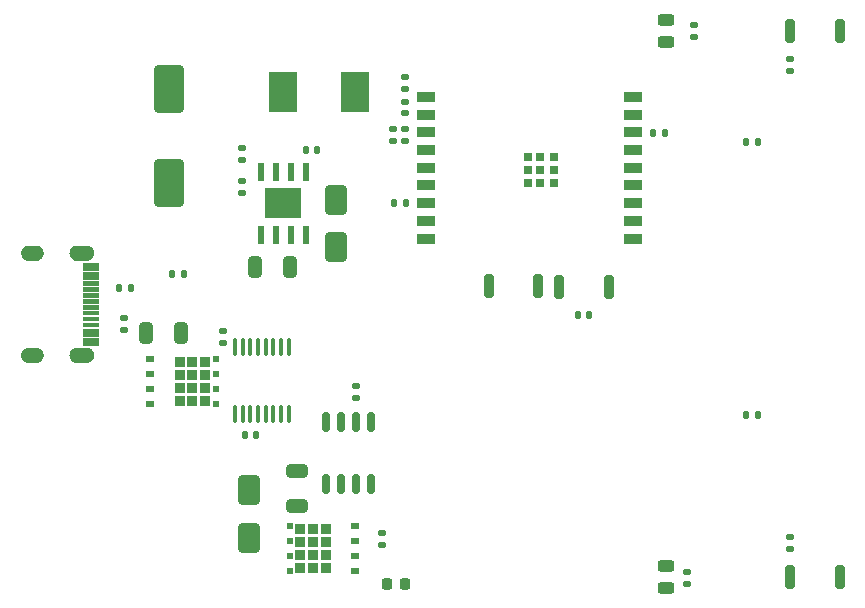
<source format=gbr>
%TF.GenerationSoftware,KiCad,Pcbnew,7.0.7*%
%TF.CreationDate,2024-06-24T12:24:59-07:00*%
%TF.ProjectId,Business Card PCB Hot Plate,42757369-6e65-4737-9320-436172642050,rev?*%
%TF.SameCoordinates,Original*%
%TF.FileFunction,Paste,Top*%
%TF.FilePolarity,Positive*%
%FSLAX46Y46*%
G04 Gerber Fmt 4.6, Leading zero omitted, Abs format (unit mm)*
G04 Created by KiCad (PCBNEW 7.0.7) date 2024-06-24 12:24:59*
%MOMM*%
%LPD*%
G01*
G04 APERTURE LIST*
G04 Aperture macros list*
%AMRoundRect*
0 Rectangle with rounded corners*
0 $1 Rounding radius*
0 $2 $3 $4 $5 $6 $7 $8 $9 X,Y pos of 4 corners*
0 Add a 4 corners polygon primitive as box body*
4,1,4,$2,$3,$4,$5,$6,$7,$8,$9,$2,$3,0*
0 Add four circle primitives for the rounded corners*
1,1,$1+$1,$2,$3*
1,1,$1+$1,$4,$5*
1,1,$1+$1,$6,$7*
1,1,$1+$1,$8,$9*
0 Add four rect primitives between the rounded corners*
20,1,$1+$1,$2,$3,$4,$5,0*
20,1,$1+$1,$4,$5,$6,$7,0*
20,1,$1+$1,$6,$7,$8,$9,0*
20,1,$1+$1,$8,$9,$2,$3,0*%
G04 Aperture macros list end*
%ADD10C,0.120000*%
%ADD11RoundRect,0.250000X-0.650000X0.325000X-0.650000X-0.325000X0.650000X-0.325000X0.650000X0.325000X0*%
%ADD12RoundRect,0.135000X0.185000X-0.135000X0.185000X0.135000X-0.185000X0.135000X-0.185000X-0.135000X0*%
%ADD13RoundRect,0.135000X-0.185000X0.135000X-0.185000X-0.135000X0.185000X-0.135000X0.185000X0.135000X0*%
%ADD14RoundRect,0.250000X0.650000X-1.000000X0.650000X1.000000X-0.650000X1.000000X-0.650000X-1.000000X0*%
%ADD15RoundRect,0.150000X-0.150000X0.675000X-0.150000X-0.675000X0.150000X-0.675000X0.150000X0.675000X0*%
%ADD16RoundRect,0.140000X0.170000X-0.140000X0.170000X0.140000X-0.170000X0.140000X-0.170000X-0.140000X0*%
%ADD17RoundRect,0.135000X0.135000X0.185000X-0.135000X0.185000X-0.135000X-0.185000X0.135000X-0.185000X0*%
%ADD18RoundRect,0.250000X0.325000X0.650000X-0.325000X0.650000X-0.325000X-0.650000X0.325000X-0.650000X0*%
%ADD19R,0.850000X0.900000*%
%ADD20R,0.650000X0.500000*%
%ADD21R,0.550000X0.500000*%
%ADD22RoundRect,0.135000X-0.135000X-0.185000X0.135000X-0.185000X0.135000X0.185000X-0.135000X0.185000X0*%
%ADD23R,1.500000X0.900000*%
%ADD24R,0.700000X0.700000*%
%ADD25RoundRect,0.250000X-0.650000X1.000000X-0.650000X-1.000000X0.650000X-1.000000X0.650000X1.000000X0*%
%ADD26RoundRect,0.250000X-1.000000X1.750000X-1.000000X-1.750000X1.000000X-1.750000X1.000000X1.750000X0*%
%ADD27RoundRect,0.218750X0.218750X0.256250X-0.218750X0.256250X-0.218750X-0.256250X0.218750X-0.256250X0*%
%ADD28RoundRect,0.200000X0.200000X0.800000X-0.200000X0.800000X-0.200000X-0.800000X0.200000X-0.800000X0*%
%ADD29RoundRect,0.140000X-0.170000X0.140000X-0.170000X-0.140000X0.170000X-0.140000X0.170000X0.140000X0*%
%ADD30RoundRect,0.200000X-0.200000X-0.800000X0.200000X-0.800000X0.200000X0.800000X-0.200000X0.800000X0*%
%ADD31RoundRect,0.243750X0.456250X-0.243750X0.456250X0.243750X-0.456250X0.243750X-0.456250X-0.243750X0*%
%ADD32RoundRect,0.100000X0.100000X-0.637500X0.100000X0.637500X-0.100000X0.637500X-0.100000X-0.637500X0*%
%ADD33R,2.350000X3.400000*%
%ADD34R,0.600000X1.550000*%
%ADD35R,3.100000X2.600000*%
%ADD36RoundRect,0.140000X-0.140000X-0.170000X0.140000X-0.170000X0.140000X0.170000X-0.140000X0.170000X0*%
%ADD37R,1.300000X0.600000*%
%ADD38R,1.300000X0.300000*%
G04 APERTURE END LIST*
%TO.C,J1*%
D10*
X43924000Y-57135328D02*
X42624000Y-57135328D01*
X42624000Y-56835328D01*
X43924000Y-56835328D01*
X43924000Y-57135328D01*
G36*
X43924000Y-57135328D02*
G01*
X42624000Y-57135328D01*
X42624000Y-56835328D01*
X43924000Y-56835328D01*
X43924000Y-57135328D01*
G37*
X43924000Y-57635328D02*
X42624000Y-57635328D01*
X42624000Y-57335328D01*
X43924000Y-57335328D01*
X43924000Y-57635328D01*
G36*
X43924000Y-57635328D02*
G01*
X42624000Y-57635328D01*
X42624000Y-57335328D01*
X43924000Y-57335328D01*
X43924000Y-57635328D01*
G37*
X43924000Y-58135328D02*
X42624000Y-58135328D01*
X42624000Y-57835328D01*
X43924000Y-57835328D01*
X43924000Y-58135328D01*
G36*
X43924000Y-58135328D02*
G01*
X42624000Y-58135328D01*
X42624000Y-57835328D01*
X43924000Y-57835328D01*
X43924000Y-58135328D01*
G37*
X43924000Y-58635328D02*
X42624000Y-58635328D01*
X42624000Y-58335328D01*
X43924000Y-58335328D01*
X43924000Y-58635328D01*
G36*
X43924000Y-58635328D02*
G01*
X42624000Y-58635328D01*
X42624000Y-58335328D01*
X43924000Y-58335328D01*
X43924000Y-58635328D01*
G37*
X43924000Y-59135328D02*
X42624000Y-59135328D01*
X42624000Y-58835328D01*
X43924000Y-58835328D01*
X43924000Y-59135328D01*
G36*
X43924000Y-59135328D02*
G01*
X42624000Y-59135328D01*
X42624000Y-58835328D01*
X43924000Y-58835328D01*
X43924000Y-59135328D01*
G37*
X43924000Y-59635328D02*
X42624000Y-59635328D01*
X42624000Y-59335328D01*
X43924000Y-59335328D01*
X43924000Y-59635328D01*
G36*
X43924000Y-59635328D02*
G01*
X42624000Y-59635328D01*
X42624000Y-59335328D01*
X43924000Y-59335328D01*
X43924000Y-59635328D01*
G37*
X43924000Y-60135328D02*
X42624000Y-60135328D01*
X42624000Y-59835328D01*
X43924000Y-59835328D01*
X43924000Y-60135328D01*
G36*
X43924000Y-60135328D02*
G01*
X42624000Y-60135328D01*
X42624000Y-59835328D01*
X43924000Y-59835328D01*
X43924000Y-60135328D01*
G37*
X43924000Y-60635328D02*
X42624000Y-60635328D01*
X42624000Y-60335328D01*
X43924000Y-60335328D01*
X43924000Y-60635328D01*
G36*
X43924000Y-60635328D02*
G01*
X42624000Y-60635328D01*
X42624000Y-60335328D01*
X43924000Y-60335328D01*
X43924000Y-60635328D01*
G37*
X43924000Y-55535328D02*
X43924000Y-55835328D01*
X42624000Y-55835328D01*
X42624000Y-55535328D01*
X42624000Y-55235328D01*
X43924000Y-55235328D01*
X43924000Y-55535328D01*
G36*
X43924000Y-55535328D02*
G01*
X43924000Y-55835328D01*
X42624000Y-55835328D01*
X42624000Y-55535328D01*
X42624000Y-55235328D01*
X43924000Y-55235328D01*
X43924000Y-55535328D01*
G37*
X43924000Y-56335328D02*
X43924000Y-56635328D01*
X42624000Y-56635328D01*
X42624000Y-56335328D01*
X42624000Y-56035328D01*
X43924000Y-56035328D01*
X43924000Y-56335328D01*
G36*
X43924000Y-56335328D02*
G01*
X43924000Y-56635328D01*
X42624000Y-56635328D01*
X42624000Y-56335328D01*
X42624000Y-56035328D01*
X43924000Y-56035328D01*
X43924000Y-56335328D01*
G37*
X43924000Y-61135328D02*
X43924000Y-61435328D01*
X42624000Y-61435328D01*
X42624000Y-61135328D01*
X42624000Y-60835328D01*
X43924000Y-60835328D01*
X43924000Y-61135328D01*
G36*
X43924000Y-61135328D02*
G01*
X43924000Y-61435328D01*
X42624000Y-61435328D01*
X42624000Y-61135328D01*
X42624000Y-60835328D01*
X43924000Y-60835328D01*
X43924000Y-61135328D01*
G37*
X43924000Y-61935328D02*
X43924000Y-62235328D01*
X42624000Y-62235328D01*
X42624000Y-61935328D01*
X42624000Y-61635328D01*
X43924000Y-61635328D01*
X43924000Y-61935328D01*
G36*
X43924000Y-61935328D02*
G01*
X43924000Y-62235328D01*
X42624000Y-62235328D01*
X42624000Y-61935328D01*
X42624000Y-61635328D01*
X43924000Y-61635328D01*
X43924000Y-61935328D01*
G37*
X38656000Y-53811328D02*
X38686000Y-53813328D01*
X38715000Y-53817328D01*
X38745000Y-53822328D01*
X38774000Y-53828328D01*
X38803000Y-53837328D01*
X38831000Y-53846328D01*
X38859000Y-53857328D01*
X38886000Y-53869328D01*
X38913000Y-53883328D01*
X38939000Y-53898328D01*
X38964000Y-53914328D01*
X38988000Y-53932328D01*
X39012000Y-53950328D01*
X39034000Y-53970328D01*
X39055000Y-53991328D01*
X39076000Y-54013328D01*
X39095000Y-54036328D01*
X39113000Y-54060328D01*
X39130000Y-54084328D01*
X39145000Y-54110328D01*
X39160000Y-54136328D01*
X39173000Y-54163328D01*
X39184000Y-54191328D01*
X39195000Y-54219328D01*
X39203000Y-54247328D01*
X39211000Y-54276328D01*
X39217000Y-54306328D01*
X39221000Y-54335328D01*
X39224000Y-54365328D01*
X39226000Y-54395328D01*
X39226000Y-54425328D01*
X39224000Y-54455328D01*
X39221000Y-54484328D01*
X39217000Y-54514328D01*
X39211000Y-54543328D01*
X39203000Y-54572328D01*
X39195000Y-54601328D01*
X39184000Y-54629328D01*
X39173000Y-54657328D01*
X39160000Y-54684328D01*
X39145000Y-54710328D01*
X39130000Y-54735328D01*
X39113000Y-54760328D01*
X39095000Y-54784328D01*
X39076000Y-54807328D01*
X39055000Y-54829328D01*
X39034000Y-54850328D01*
X39012000Y-54870328D01*
X38988000Y-54888328D01*
X38964000Y-54906328D01*
X38939000Y-54922328D01*
X38913000Y-54937328D01*
X38886000Y-54950328D01*
X38859000Y-54963328D01*
X38831000Y-54974328D01*
X38803000Y-54983328D01*
X38774000Y-54991328D01*
X38745000Y-54998328D01*
X38715000Y-55003328D01*
X38686000Y-55007328D01*
X38656000Y-55009328D01*
X38626000Y-55010328D01*
X38026000Y-55010328D01*
X37996000Y-55009328D01*
X37966000Y-55007328D01*
X37936000Y-55003328D01*
X37907000Y-54998328D01*
X37878000Y-54991328D01*
X37849000Y-54983328D01*
X37821000Y-54974328D01*
X37793000Y-54963328D01*
X37766000Y-54950328D01*
X37739000Y-54937328D01*
X37713000Y-54922328D01*
X37688000Y-54906328D01*
X37664000Y-54888328D01*
X37640000Y-54870328D01*
X37618000Y-54850328D01*
X37596000Y-54829328D01*
X37576000Y-54807328D01*
X37557000Y-54784328D01*
X37539000Y-54760328D01*
X37522000Y-54735328D01*
X37506000Y-54710328D01*
X37492000Y-54684328D01*
X37479000Y-54657328D01*
X37467000Y-54629328D01*
X37457000Y-54601328D01*
X37448000Y-54572328D01*
X37441000Y-54543328D01*
X37435000Y-54514328D01*
X37431000Y-54484328D01*
X37428000Y-54455328D01*
X37426000Y-54425328D01*
X37426000Y-54395328D01*
X37428000Y-54365328D01*
X37431000Y-54335328D01*
X37435000Y-54306328D01*
X37441000Y-54276328D01*
X37448000Y-54247328D01*
X37457000Y-54219328D01*
X37467000Y-54191328D01*
X37479000Y-54163328D01*
X37492000Y-54136328D01*
X37506000Y-54110328D01*
X37522000Y-54084328D01*
X37539000Y-54060328D01*
X37557000Y-54036328D01*
X37576000Y-54013328D01*
X37596000Y-53991328D01*
X37618000Y-53970328D01*
X37640000Y-53950328D01*
X37664000Y-53932328D01*
X37688000Y-53914328D01*
X37713000Y-53898328D01*
X37739000Y-53883328D01*
X37766000Y-53869328D01*
X37793000Y-53857328D01*
X37821000Y-53846328D01*
X37849000Y-53837328D01*
X37878000Y-53828328D01*
X37907000Y-53822328D01*
X37936000Y-53817328D01*
X37966000Y-53813328D01*
X37996000Y-53811328D01*
X38026000Y-53810328D01*
X38626000Y-53810328D01*
X38656000Y-53811328D01*
G36*
X38656000Y-53811328D02*
G01*
X38686000Y-53813328D01*
X38715000Y-53817328D01*
X38745000Y-53822328D01*
X38774000Y-53828328D01*
X38803000Y-53837328D01*
X38831000Y-53846328D01*
X38859000Y-53857328D01*
X38886000Y-53869328D01*
X38913000Y-53883328D01*
X38939000Y-53898328D01*
X38964000Y-53914328D01*
X38988000Y-53932328D01*
X39012000Y-53950328D01*
X39034000Y-53970328D01*
X39055000Y-53991328D01*
X39076000Y-54013328D01*
X39095000Y-54036328D01*
X39113000Y-54060328D01*
X39130000Y-54084328D01*
X39145000Y-54110328D01*
X39160000Y-54136328D01*
X39173000Y-54163328D01*
X39184000Y-54191328D01*
X39195000Y-54219328D01*
X39203000Y-54247328D01*
X39211000Y-54276328D01*
X39217000Y-54306328D01*
X39221000Y-54335328D01*
X39224000Y-54365328D01*
X39226000Y-54395328D01*
X39226000Y-54425328D01*
X39224000Y-54455328D01*
X39221000Y-54484328D01*
X39217000Y-54514328D01*
X39211000Y-54543328D01*
X39203000Y-54572328D01*
X39195000Y-54601328D01*
X39184000Y-54629328D01*
X39173000Y-54657328D01*
X39160000Y-54684328D01*
X39145000Y-54710328D01*
X39130000Y-54735328D01*
X39113000Y-54760328D01*
X39095000Y-54784328D01*
X39076000Y-54807328D01*
X39055000Y-54829328D01*
X39034000Y-54850328D01*
X39012000Y-54870328D01*
X38988000Y-54888328D01*
X38964000Y-54906328D01*
X38939000Y-54922328D01*
X38913000Y-54937328D01*
X38886000Y-54950328D01*
X38859000Y-54963328D01*
X38831000Y-54974328D01*
X38803000Y-54983328D01*
X38774000Y-54991328D01*
X38745000Y-54998328D01*
X38715000Y-55003328D01*
X38686000Y-55007328D01*
X38656000Y-55009328D01*
X38626000Y-55010328D01*
X38026000Y-55010328D01*
X37996000Y-55009328D01*
X37966000Y-55007328D01*
X37936000Y-55003328D01*
X37907000Y-54998328D01*
X37878000Y-54991328D01*
X37849000Y-54983328D01*
X37821000Y-54974328D01*
X37793000Y-54963328D01*
X37766000Y-54950328D01*
X37739000Y-54937328D01*
X37713000Y-54922328D01*
X37688000Y-54906328D01*
X37664000Y-54888328D01*
X37640000Y-54870328D01*
X37618000Y-54850328D01*
X37596000Y-54829328D01*
X37576000Y-54807328D01*
X37557000Y-54784328D01*
X37539000Y-54760328D01*
X37522000Y-54735328D01*
X37506000Y-54710328D01*
X37492000Y-54684328D01*
X37479000Y-54657328D01*
X37467000Y-54629328D01*
X37457000Y-54601328D01*
X37448000Y-54572328D01*
X37441000Y-54543328D01*
X37435000Y-54514328D01*
X37431000Y-54484328D01*
X37428000Y-54455328D01*
X37426000Y-54425328D01*
X37426000Y-54395328D01*
X37428000Y-54365328D01*
X37431000Y-54335328D01*
X37435000Y-54306328D01*
X37441000Y-54276328D01*
X37448000Y-54247328D01*
X37457000Y-54219328D01*
X37467000Y-54191328D01*
X37479000Y-54163328D01*
X37492000Y-54136328D01*
X37506000Y-54110328D01*
X37522000Y-54084328D01*
X37539000Y-54060328D01*
X37557000Y-54036328D01*
X37576000Y-54013328D01*
X37596000Y-53991328D01*
X37618000Y-53970328D01*
X37640000Y-53950328D01*
X37664000Y-53932328D01*
X37688000Y-53914328D01*
X37713000Y-53898328D01*
X37739000Y-53883328D01*
X37766000Y-53869328D01*
X37793000Y-53857328D01*
X37821000Y-53846328D01*
X37849000Y-53837328D01*
X37878000Y-53828328D01*
X37907000Y-53822328D01*
X37936000Y-53817328D01*
X37966000Y-53813328D01*
X37996000Y-53811328D01*
X38026000Y-53810328D01*
X38626000Y-53810328D01*
X38656000Y-53811328D01*
G37*
X42936000Y-53811328D02*
X42966000Y-53813328D01*
X42995000Y-53817328D01*
X43025000Y-53822328D01*
X43054000Y-53828328D01*
X43083000Y-53837328D01*
X43111000Y-53846328D01*
X43139000Y-53857328D01*
X43166000Y-53869328D01*
X43193000Y-53883328D01*
X43219000Y-53898328D01*
X43244000Y-53914328D01*
X43268000Y-53932328D01*
X43291000Y-53950328D01*
X43314000Y-53970328D01*
X43335000Y-53991328D01*
X43356000Y-54013328D01*
X43375000Y-54036328D01*
X43393000Y-54060328D01*
X43410000Y-54084328D01*
X43425000Y-54110328D01*
X43440000Y-54136328D01*
X43453000Y-54163328D01*
X43464000Y-54191328D01*
X43475000Y-54219328D01*
X43483000Y-54247328D01*
X43491000Y-54276328D01*
X43497000Y-54306328D01*
X43501000Y-54335328D01*
X43504000Y-54365328D01*
X43506000Y-54395328D01*
X43506000Y-54425328D01*
X43504000Y-54455328D01*
X43501000Y-54484328D01*
X43497000Y-54514328D01*
X43491000Y-54543328D01*
X43483000Y-54572328D01*
X43475000Y-54601328D01*
X43464000Y-54629328D01*
X43453000Y-54657328D01*
X43440000Y-54684328D01*
X43425000Y-54710328D01*
X43410000Y-54735328D01*
X43393000Y-54760328D01*
X43375000Y-54784328D01*
X43356000Y-54807328D01*
X43335000Y-54829328D01*
X43314000Y-54850328D01*
X43291000Y-54870328D01*
X43268000Y-54888328D01*
X43244000Y-54906328D01*
X43219000Y-54922328D01*
X43193000Y-54937328D01*
X43166000Y-54950328D01*
X43139000Y-54963328D01*
X43111000Y-54974328D01*
X43083000Y-54983328D01*
X43054000Y-54991328D01*
X43025000Y-54998328D01*
X42995000Y-55003328D01*
X42966000Y-55007328D01*
X42936000Y-55009328D01*
X42906000Y-55010328D01*
X42106000Y-55010328D01*
X42076000Y-55009328D01*
X42046000Y-55007328D01*
X42016000Y-55003328D01*
X41987000Y-54998328D01*
X41958000Y-54991328D01*
X41929000Y-54983328D01*
X41901000Y-54974328D01*
X41873000Y-54963328D01*
X41845000Y-54950328D01*
X41819000Y-54937328D01*
X41793000Y-54922328D01*
X41768000Y-54906328D01*
X41744000Y-54888328D01*
X41720000Y-54870328D01*
X41698000Y-54850328D01*
X41676000Y-54829328D01*
X41656000Y-54807328D01*
X41637000Y-54784328D01*
X41619000Y-54760328D01*
X41602000Y-54735328D01*
X41586000Y-54710328D01*
X41572000Y-54684328D01*
X41559000Y-54657328D01*
X41547000Y-54629328D01*
X41537000Y-54601328D01*
X41528000Y-54572328D01*
X41521000Y-54543328D01*
X41515000Y-54514328D01*
X41510000Y-54484328D01*
X41507000Y-54455328D01*
X41506000Y-54425328D01*
X41506000Y-54395328D01*
X41507000Y-54365328D01*
X41510000Y-54335328D01*
X41515000Y-54306328D01*
X41521000Y-54276328D01*
X41528000Y-54247328D01*
X41537000Y-54219328D01*
X41547000Y-54191328D01*
X41559000Y-54163328D01*
X41572000Y-54136328D01*
X41586000Y-54110328D01*
X41602000Y-54084328D01*
X41619000Y-54060328D01*
X41637000Y-54036328D01*
X41656000Y-54013328D01*
X41676000Y-53991328D01*
X41698000Y-53970328D01*
X41720000Y-53950328D01*
X41744000Y-53932328D01*
X41768000Y-53914328D01*
X41793000Y-53898328D01*
X41819000Y-53883328D01*
X41845000Y-53869328D01*
X41873000Y-53857328D01*
X41901000Y-53846328D01*
X41929000Y-53837328D01*
X41958000Y-53828328D01*
X41987000Y-53822328D01*
X42016000Y-53817328D01*
X42046000Y-53813328D01*
X42076000Y-53811328D01*
X42106000Y-53810328D01*
X42906000Y-53810328D01*
X42936000Y-53811328D01*
G36*
X42936000Y-53811328D02*
G01*
X42966000Y-53813328D01*
X42995000Y-53817328D01*
X43025000Y-53822328D01*
X43054000Y-53828328D01*
X43083000Y-53837328D01*
X43111000Y-53846328D01*
X43139000Y-53857328D01*
X43166000Y-53869328D01*
X43193000Y-53883328D01*
X43219000Y-53898328D01*
X43244000Y-53914328D01*
X43268000Y-53932328D01*
X43291000Y-53950328D01*
X43314000Y-53970328D01*
X43335000Y-53991328D01*
X43356000Y-54013328D01*
X43375000Y-54036328D01*
X43393000Y-54060328D01*
X43410000Y-54084328D01*
X43425000Y-54110328D01*
X43440000Y-54136328D01*
X43453000Y-54163328D01*
X43464000Y-54191328D01*
X43475000Y-54219328D01*
X43483000Y-54247328D01*
X43491000Y-54276328D01*
X43497000Y-54306328D01*
X43501000Y-54335328D01*
X43504000Y-54365328D01*
X43506000Y-54395328D01*
X43506000Y-54425328D01*
X43504000Y-54455328D01*
X43501000Y-54484328D01*
X43497000Y-54514328D01*
X43491000Y-54543328D01*
X43483000Y-54572328D01*
X43475000Y-54601328D01*
X43464000Y-54629328D01*
X43453000Y-54657328D01*
X43440000Y-54684328D01*
X43425000Y-54710328D01*
X43410000Y-54735328D01*
X43393000Y-54760328D01*
X43375000Y-54784328D01*
X43356000Y-54807328D01*
X43335000Y-54829328D01*
X43314000Y-54850328D01*
X43291000Y-54870328D01*
X43268000Y-54888328D01*
X43244000Y-54906328D01*
X43219000Y-54922328D01*
X43193000Y-54937328D01*
X43166000Y-54950328D01*
X43139000Y-54963328D01*
X43111000Y-54974328D01*
X43083000Y-54983328D01*
X43054000Y-54991328D01*
X43025000Y-54998328D01*
X42995000Y-55003328D01*
X42966000Y-55007328D01*
X42936000Y-55009328D01*
X42906000Y-55010328D01*
X42106000Y-55010328D01*
X42076000Y-55009328D01*
X42046000Y-55007328D01*
X42016000Y-55003328D01*
X41987000Y-54998328D01*
X41958000Y-54991328D01*
X41929000Y-54983328D01*
X41901000Y-54974328D01*
X41873000Y-54963328D01*
X41845000Y-54950328D01*
X41819000Y-54937328D01*
X41793000Y-54922328D01*
X41768000Y-54906328D01*
X41744000Y-54888328D01*
X41720000Y-54870328D01*
X41698000Y-54850328D01*
X41676000Y-54829328D01*
X41656000Y-54807328D01*
X41637000Y-54784328D01*
X41619000Y-54760328D01*
X41602000Y-54735328D01*
X41586000Y-54710328D01*
X41572000Y-54684328D01*
X41559000Y-54657328D01*
X41547000Y-54629328D01*
X41537000Y-54601328D01*
X41528000Y-54572328D01*
X41521000Y-54543328D01*
X41515000Y-54514328D01*
X41510000Y-54484328D01*
X41507000Y-54455328D01*
X41506000Y-54425328D01*
X41506000Y-54395328D01*
X41507000Y-54365328D01*
X41510000Y-54335328D01*
X41515000Y-54306328D01*
X41521000Y-54276328D01*
X41528000Y-54247328D01*
X41537000Y-54219328D01*
X41547000Y-54191328D01*
X41559000Y-54163328D01*
X41572000Y-54136328D01*
X41586000Y-54110328D01*
X41602000Y-54084328D01*
X41619000Y-54060328D01*
X41637000Y-54036328D01*
X41656000Y-54013328D01*
X41676000Y-53991328D01*
X41698000Y-53970328D01*
X41720000Y-53950328D01*
X41744000Y-53932328D01*
X41768000Y-53914328D01*
X41793000Y-53898328D01*
X41819000Y-53883328D01*
X41845000Y-53869328D01*
X41873000Y-53857328D01*
X41901000Y-53846328D01*
X41929000Y-53837328D01*
X41958000Y-53828328D01*
X41987000Y-53822328D01*
X42016000Y-53817328D01*
X42046000Y-53813328D01*
X42076000Y-53811328D01*
X42106000Y-53810328D01*
X42906000Y-53810328D01*
X42936000Y-53811328D01*
G37*
X42936000Y-62461328D02*
X42966000Y-62463328D01*
X42995000Y-62467328D01*
X43025000Y-62472328D01*
X43054000Y-62479328D01*
X43083000Y-62487328D01*
X43111000Y-62496328D01*
X43139000Y-62507328D01*
X43166000Y-62520328D01*
X43193000Y-62533328D01*
X43219000Y-62548328D01*
X43244000Y-62564328D01*
X43268000Y-62582328D01*
X43291000Y-62600328D01*
X43314000Y-62620328D01*
X43335000Y-62641328D01*
X43356000Y-62663328D01*
X43375000Y-62686328D01*
X43393000Y-62710328D01*
X43410000Y-62735328D01*
X43425000Y-62760328D01*
X43440000Y-62786328D01*
X43453000Y-62813328D01*
X43464000Y-62841328D01*
X43475000Y-62869328D01*
X43483000Y-62898328D01*
X43491000Y-62927328D01*
X43497000Y-62956328D01*
X43501000Y-62986328D01*
X43504000Y-63015328D01*
X43506000Y-63045328D01*
X43506000Y-63075328D01*
X43504000Y-63105328D01*
X43501000Y-63135328D01*
X43497000Y-63164328D01*
X43491000Y-63194328D01*
X43483000Y-63223328D01*
X43475000Y-63251328D01*
X43464000Y-63279328D01*
X43453000Y-63307328D01*
X43440000Y-63334328D01*
X43425000Y-63360328D01*
X43410000Y-63386328D01*
X43393000Y-63410328D01*
X43375000Y-63434328D01*
X43356000Y-63457328D01*
X43335000Y-63479328D01*
X43314000Y-63500328D01*
X43291000Y-63520328D01*
X43268000Y-63538328D01*
X43244000Y-63556328D01*
X43219000Y-63572328D01*
X43193000Y-63587328D01*
X43166000Y-63601328D01*
X43139000Y-63613328D01*
X43111000Y-63624328D01*
X43083000Y-63633328D01*
X43054000Y-63642328D01*
X43025000Y-63648328D01*
X42995000Y-63653328D01*
X42966000Y-63657328D01*
X42936000Y-63659328D01*
X42906000Y-63660328D01*
X42106000Y-63660328D01*
X42076000Y-63659328D01*
X42046000Y-63657328D01*
X42016000Y-63653328D01*
X41987000Y-63648328D01*
X41958000Y-63642328D01*
X41929000Y-63633328D01*
X41901000Y-63624328D01*
X41873000Y-63613328D01*
X41845000Y-63601328D01*
X41819000Y-63587328D01*
X41793000Y-63572328D01*
X41768000Y-63556328D01*
X41744000Y-63538328D01*
X41720000Y-63520328D01*
X41698000Y-63500328D01*
X41676000Y-63479328D01*
X41656000Y-63457328D01*
X41637000Y-63434328D01*
X41619000Y-63410328D01*
X41602000Y-63386328D01*
X41586000Y-63360328D01*
X41572000Y-63334328D01*
X41559000Y-63307328D01*
X41547000Y-63279328D01*
X41537000Y-63251328D01*
X41528000Y-63223328D01*
X41521000Y-63194328D01*
X41515000Y-63164328D01*
X41510000Y-63135328D01*
X41507000Y-63105328D01*
X41506000Y-63075328D01*
X41506000Y-63045328D01*
X41507000Y-63015328D01*
X41510000Y-62986328D01*
X41515000Y-62956328D01*
X41521000Y-62927328D01*
X41528000Y-62898328D01*
X41537000Y-62869328D01*
X41547000Y-62841328D01*
X41559000Y-62813328D01*
X41572000Y-62786328D01*
X41586000Y-62760328D01*
X41602000Y-62735328D01*
X41619000Y-62710328D01*
X41637000Y-62686328D01*
X41656000Y-62663328D01*
X41676000Y-62641328D01*
X41698000Y-62620328D01*
X41720000Y-62600328D01*
X41744000Y-62582328D01*
X41768000Y-62564328D01*
X41793000Y-62548328D01*
X41819000Y-62533328D01*
X41845000Y-62520328D01*
X41873000Y-62507328D01*
X41901000Y-62496328D01*
X41929000Y-62487328D01*
X41958000Y-62479328D01*
X41987000Y-62472328D01*
X42016000Y-62467328D01*
X42046000Y-62463328D01*
X42076000Y-62461328D01*
X42106000Y-62460328D01*
X42906000Y-62460328D01*
X42936000Y-62461328D01*
G36*
X42936000Y-62461328D02*
G01*
X42966000Y-62463328D01*
X42995000Y-62467328D01*
X43025000Y-62472328D01*
X43054000Y-62479328D01*
X43083000Y-62487328D01*
X43111000Y-62496328D01*
X43139000Y-62507328D01*
X43166000Y-62520328D01*
X43193000Y-62533328D01*
X43219000Y-62548328D01*
X43244000Y-62564328D01*
X43268000Y-62582328D01*
X43291000Y-62600328D01*
X43314000Y-62620328D01*
X43335000Y-62641328D01*
X43356000Y-62663328D01*
X43375000Y-62686328D01*
X43393000Y-62710328D01*
X43410000Y-62735328D01*
X43425000Y-62760328D01*
X43440000Y-62786328D01*
X43453000Y-62813328D01*
X43464000Y-62841328D01*
X43475000Y-62869328D01*
X43483000Y-62898328D01*
X43491000Y-62927328D01*
X43497000Y-62956328D01*
X43501000Y-62986328D01*
X43504000Y-63015328D01*
X43506000Y-63045328D01*
X43506000Y-63075328D01*
X43504000Y-63105328D01*
X43501000Y-63135328D01*
X43497000Y-63164328D01*
X43491000Y-63194328D01*
X43483000Y-63223328D01*
X43475000Y-63251328D01*
X43464000Y-63279328D01*
X43453000Y-63307328D01*
X43440000Y-63334328D01*
X43425000Y-63360328D01*
X43410000Y-63386328D01*
X43393000Y-63410328D01*
X43375000Y-63434328D01*
X43356000Y-63457328D01*
X43335000Y-63479328D01*
X43314000Y-63500328D01*
X43291000Y-63520328D01*
X43268000Y-63538328D01*
X43244000Y-63556328D01*
X43219000Y-63572328D01*
X43193000Y-63587328D01*
X43166000Y-63601328D01*
X43139000Y-63613328D01*
X43111000Y-63624328D01*
X43083000Y-63633328D01*
X43054000Y-63642328D01*
X43025000Y-63648328D01*
X42995000Y-63653328D01*
X42966000Y-63657328D01*
X42936000Y-63659328D01*
X42906000Y-63660328D01*
X42106000Y-63660328D01*
X42076000Y-63659328D01*
X42046000Y-63657328D01*
X42016000Y-63653328D01*
X41987000Y-63648328D01*
X41958000Y-63642328D01*
X41929000Y-63633328D01*
X41901000Y-63624328D01*
X41873000Y-63613328D01*
X41845000Y-63601328D01*
X41819000Y-63587328D01*
X41793000Y-63572328D01*
X41768000Y-63556328D01*
X41744000Y-63538328D01*
X41720000Y-63520328D01*
X41698000Y-63500328D01*
X41676000Y-63479328D01*
X41656000Y-63457328D01*
X41637000Y-63434328D01*
X41619000Y-63410328D01*
X41602000Y-63386328D01*
X41586000Y-63360328D01*
X41572000Y-63334328D01*
X41559000Y-63307328D01*
X41547000Y-63279328D01*
X41537000Y-63251328D01*
X41528000Y-63223328D01*
X41521000Y-63194328D01*
X41515000Y-63164328D01*
X41510000Y-63135328D01*
X41507000Y-63105328D01*
X41506000Y-63075328D01*
X41506000Y-63045328D01*
X41507000Y-63015328D01*
X41510000Y-62986328D01*
X41515000Y-62956328D01*
X41521000Y-62927328D01*
X41528000Y-62898328D01*
X41537000Y-62869328D01*
X41547000Y-62841328D01*
X41559000Y-62813328D01*
X41572000Y-62786328D01*
X41586000Y-62760328D01*
X41602000Y-62735328D01*
X41619000Y-62710328D01*
X41637000Y-62686328D01*
X41656000Y-62663328D01*
X41676000Y-62641328D01*
X41698000Y-62620328D01*
X41720000Y-62600328D01*
X41744000Y-62582328D01*
X41768000Y-62564328D01*
X41793000Y-62548328D01*
X41819000Y-62533328D01*
X41845000Y-62520328D01*
X41873000Y-62507328D01*
X41901000Y-62496328D01*
X41929000Y-62487328D01*
X41958000Y-62479328D01*
X41987000Y-62472328D01*
X42016000Y-62467328D01*
X42046000Y-62463328D01*
X42076000Y-62461328D01*
X42106000Y-62460328D01*
X42906000Y-62460328D01*
X42936000Y-62461328D01*
G37*
X38656000Y-62461328D02*
X38686000Y-62463328D01*
X38715000Y-62467328D01*
X38745000Y-62472328D01*
X38774000Y-62479328D01*
X38803000Y-62487328D01*
X38831000Y-62496328D01*
X38859000Y-62507328D01*
X38886000Y-62520328D01*
X38913000Y-62533328D01*
X38939000Y-62548328D01*
X38964000Y-62564328D01*
X38988000Y-62582328D01*
X39012000Y-62600328D01*
X39034000Y-62620328D01*
X39055000Y-62641328D01*
X39076000Y-62663328D01*
X39095000Y-62686328D01*
X39113000Y-62710328D01*
X39130000Y-62735328D01*
X39145000Y-62760328D01*
X39160000Y-62786328D01*
X39173000Y-62813328D01*
X39184000Y-62841328D01*
X39195000Y-62869328D01*
X39203000Y-62898328D01*
X39211000Y-62927328D01*
X39217000Y-62956328D01*
X39221000Y-62986328D01*
X39224000Y-63015328D01*
X39226000Y-63045328D01*
X39226000Y-63075328D01*
X39224000Y-63105328D01*
X39221000Y-63135328D01*
X39217000Y-63164328D01*
X39211000Y-63194328D01*
X39203000Y-63223328D01*
X39195000Y-63251328D01*
X39184000Y-63279328D01*
X39173000Y-63307328D01*
X39160000Y-63334328D01*
X39145000Y-63360328D01*
X39130000Y-63386328D01*
X39113000Y-63410328D01*
X39095000Y-63434328D01*
X39076000Y-63457328D01*
X39055000Y-63479328D01*
X39034000Y-63500328D01*
X39012000Y-63520328D01*
X38988000Y-63538328D01*
X38964000Y-63556328D01*
X38939000Y-63572328D01*
X38913000Y-63587328D01*
X38886000Y-63601328D01*
X38859000Y-63613328D01*
X38831000Y-63624328D01*
X38803000Y-63633328D01*
X38774000Y-63642328D01*
X38745000Y-63648328D01*
X38715000Y-63653328D01*
X38686000Y-63657328D01*
X38656000Y-63659328D01*
X38626000Y-63660328D01*
X38026000Y-63660328D01*
X37996000Y-63659328D01*
X37966000Y-63657328D01*
X37936000Y-63653328D01*
X37907000Y-63648328D01*
X37878000Y-63642328D01*
X37849000Y-63633328D01*
X37821000Y-63624328D01*
X37793000Y-63613328D01*
X37766000Y-63601328D01*
X37739000Y-63587328D01*
X37713000Y-63572328D01*
X37688000Y-63556328D01*
X37664000Y-63538328D01*
X37640000Y-63520328D01*
X37618000Y-63500328D01*
X37596000Y-63479328D01*
X37576000Y-63457328D01*
X37557000Y-63434328D01*
X37539000Y-63410328D01*
X37522000Y-63386328D01*
X37506000Y-63360328D01*
X37492000Y-63334328D01*
X37479000Y-63307328D01*
X37467000Y-63279328D01*
X37457000Y-63251328D01*
X37448000Y-63223328D01*
X37441000Y-63194328D01*
X37435000Y-63164328D01*
X37431000Y-63135328D01*
X37428000Y-63105328D01*
X37426000Y-63075328D01*
X37426000Y-63045328D01*
X37428000Y-63015328D01*
X37431000Y-62986328D01*
X37435000Y-62956328D01*
X37441000Y-62927328D01*
X37448000Y-62898328D01*
X37457000Y-62869328D01*
X37467000Y-62841328D01*
X37479000Y-62813328D01*
X37492000Y-62786328D01*
X37506000Y-62760328D01*
X37522000Y-62735328D01*
X37539000Y-62710328D01*
X37557000Y-62686328D01*
X37576000Y-62663328D01*
X37596000Y-62641328D01*
X37618000Y-62620328D01*
X37640000Y-62600328D01*
X37664000Y-62582328D01*
X37688000Y-62564328D01*
X37713000Y-62548328D01*
X37739000Y-62533328D01*
X37766000Y-62520328D01*
X37793000Y-62507328D01*
X37821000Y-62496328D01*
X37849000Y-62487328D01*
X37878000Y-62479328D01*
X37907000Y-62472328D01*
X37936000Y-62467328D01*
X37966000Y-62463328D01*
X37996000Y-62461328D01*
X38026000Y-62460328D01*
X38626000Y-62460328D01*
X38656000Y-62461328D01*
G36*
X38656000Y-62461328D02*
G01*
X38686000Y-62463328D01*
X38715000Y-62467328D01*
X38745000Y-62472328D01*
X38774000Y-62479328D01*
X38803000Y-62487328D01*
X38831000Y-62496328D01*
X38859000Y-62507328D01*
X38886000Y-62520328D01*
X38913000Y-62533328D01*
X38939000Y-62548328D01*
X38964000Y-62564328D01*
X38988000Y-62582328D01*
X39012000Y-62600328D01*
X39034000Y-62620328D01*
X39055000Y-62641328D01*
X39076000Y-62663328D01*
X39095000Y-62686328D01*
X39113000Y-62710328D01*
X39130000Y-62735328D01*
X39145000Y-62760328D01*
X39160000Y-62786328D01*
X39173000Y-62813328D01*
X39184000Y-62841328D01*
X39195000Y-62869328D01*
X39203000Y-62898328D01*
X39211000Y-62927328D01*
X39217000Y-62956328D01*
X39221000Y-62986328D01*
X39224000Y-63015328D01*
X39226000Y-63045328D01*
X39226000Y-63075328D01*
X39224000Y-63105328D01*
X39221000Y-63135328D01*
X39217000Y-63164328D01*
X39211000Y-63194328D01*
X39203000Y-63223328D01*
X39195000Y-63251328D01*
X39184000Y-63279328D01*
X39173000Y-63307328D01*
X39160000Y-63334328D01*
X39145000Y-63360328D01*
X39130000Y-63386328D01*
X39113000Y-63410328D01*
X39095000Y-63434328D01*
X39076000Y-63457328D01*
X39055000Y-63479328D01*
X39034000Y-63500328D01*
X39012000Y-63520328D01*
X38988000Y-63538328D01*
X38964000Y-63556328D01*
X38939000Y-63572328D01*
X38913000Y-63587328D01*
X38886000Y-63601328D01*
X38859000Y-63613328D01*
X38831000Y-63624328D01*
X38803000Y-63633328D01*
X38774000Y-63642328D01*
X38745000Y-63648328D01*
X38715000Y-63653328D01*
X38686000Y-63657328D01*
X38656000Y-63659328D01*
X38626000Y-63660328D01*
X38026000Y-63660328D01*
X37996000Y-63659328D01*
X37966000Y-63657328D01*
X37936000Y-63653328D01*
X37907000Y-63648328D01*
X37878000Y-63642328D01*
X37849000Y-63633328D01*
X37821000Y-63624328D01*
X37793000Y-63613328D01*
X37766000Y-63601328D01*
X37739000Y-63587328D01*
X37713000Y-63572328D01*
X37688000Y-63556328D01*
X37664000Y-63538328D01*
X37640000Y-63520328D01*
X37618000Y-63500328D01*
X37596000Y-63479328D01*
X37576000Y-63457328D01*
X37557000Y-63434328D01*
X37539000Y-63410328D01*
X37522000Y-63386328D01*
X37506000Y-63360328D01*
X37492000Y-63334328D01*
X37479000Y-63307328D01*
X37467000Y-63279328D01*
X37457000Y-63251328D01*
X37448000Y-63223328D01*
X37441000Y-63194328D01*
X37435000Y-63164328D01*
X37431000Y-63135328D01*
X37428000Y-63105328D01*
X37426000Y-63075328D01*
X37426000Y-63045328D01*
X37428000Y-63015328D01*
X37431000Y-62986328D01*
X37435000Y-62956328D01*
X37441000Y-62927328D01*
X37448000Y-62898328D01*
X37457000Y-62869328D01*
X37467000Y-62841328D01*
X37479000Y-62813328D01*
X37492000Y-62786328D01*
X37506000Y-62760328D01*
X37522000Y-62735328D01*
X37539000Y-62710328D01*
X37557000Y-62686328D01*
X37576000Y-62663328D01*
X37596000Y-62641328D01*
X37618000Y-62620328D01*
X37640000Y-62600328D01*
X37664000Y-62582328D01*
X37688000Y-62564328D01*
X37713000Y-62548328D01*
X37739000Y-62533328D01*
X37766000Y-62520328D01*
X37793000Y-62507328D01*
X37821000Y-62496328D01*
X37849000Y-62487328D01*
X37878000Y-62479328D01*
X37907000Y-62472328D01*
X37936000Y-62467328D01*
X37966000Y-62463328D01*
X37996000Y-62461328D01*
X38026000Y-62460328D01*
X38626000Y-62460328D01*
X38656000Y-62461328D01*
G37*
%TD*%
D11*
%TO.C,C10*%
X60800000Y-72860328D03*
X60800000Y-75810328D03*
%TD*%
D12*
%TO.C,R12*%
X94400000Y-36145328D03*
X94400000Y-35125328D03*
%TD*%
D13*
%TO.C,R6*%
X68900000Y-43925328D03*
X68900000Y-44945328D03*
%TD*%
D14*
%TO.C,D1*%
X64110000Y-53935328D03*
X64110000Y-49935328D03*
%TD*%
D15*
%TO.C,U4*%
X67005000Y-68710328D03*
X65735000Y-68710328D03*
X64465000Y-68710328D03*
X63195000Y-68710328D03*
X63195000Y-73960328D03*
X64465000Y-73960328D03*
X65735000Y-73960328D03*
X67005000Y-73960328D03*
%TD*%
D16*
%TO.C,C6*%
X69900000Y-44915328D03*
X69900000Y-43955328D03*
%TD*%
D17*
%TO.C,R10*%
X99800000Y-45035328D03*
X98780000Y-45035328D03*
%TD*%
%TO.C,R11*%
X99820000Y-68135328D03*
X98800000Y-68135328D03*
%TD*%
D16*
%TO.C,C13*%
X69900000Y-42595328D03*
X69900000Y-41635328D03*
%TD*%
D18*
%TO.C,C2*%
X50975000Y-61235328D03*
X48025000Y-61235328D03*
%TD*%
D19*
%TO.C,Q1*%
X50850000Y-63650328D03*
X50850000Y-64750328D03*
X50850000Y-65850328D03*
X50850000Y-66950328D03*
X51920000Y-63650328D03*
X51920000Y-64750328D03*
X51920000Y-65850328D03*
X51920000Y-66950328D03*
X52990000Y-63650328D03*
X52990000Y-64750328D03*
X52990000Y-65850328D03*
X52990000Y-66950328D03*
D20*
X48350000Y-63395328D03*
X48350000Y-64665328D03*
X48350000Y-65935328D03*
X48350000Y-67205328D03*
D21*
X53900000Y-63395328D03*
X53900000Y-64665328D03*
X53900000Y-65935328D03*
X53900000Y-67205328D03*
%TD*%
D22*
%TO.C,R16*%
X90900000Y-44235328D03*
X91920000Y-44235328D03*
%TD*%
D17*
%TO.C,R17*%
X70010000Y-50235328D03*
X68990000Y-50235328D03*
%TD*%
D23*
%TO.C,U5*%
X71700000Y-41210328D03*
X71700000Y-42710328D03*
X71700000Y-44210328D03*
X71700000Y-45710328D03*
X71700000Y-47210328D03*
X71700000Y-48710328D03*
X71700000Y-50210328D03*
X71700000Y-51710328D03*
X71700000Y-53210328D03*
X89200000Y-53210328D03*
X89200000Y-51710328D03*
X89200000Y-50210328D03*
X89200000Y-48710328D03*
X89200000Y-47210328D03*
X89200000Y-45710328D03*
X89200000Y-44210328D03*
X89200000Y-42710328D03*
X89200000Y-41210328D03*
D24*
X80310000Y-46310328D03*
X80310000Y-47410328D03*
X80310000Y-48510328D03*
X81360000Y-46310328D03*
X81360000Y-47410328D03*
X81360000Y-48510328D03*
X82510000Y-46310328D03*
X82510000Y-47410328D03*
X82510000Y-48510328D03*
%TD*%
D19*
%TO.C,Q2*%
X63200000Y-81135328D03*
X63200000Y-80035328D03*
X63200000Y-78935328D03*
X63200000Y-77835328D03*
X62130000Y-81135328D03*
X62130000Y-80035328D03*
X62130000Y-78935328D03*
X62130000Y-77835328D03*
X61060000Y-81135328D03*
X61060000Y-80035328D03*
X61060000Y-78935328D03*
X61060000Y-77835328D03*
D20*
X65700000Y-81390328D03*
X65700000Y-80120328D03*
X65700000Y-78850328D03*
X65700000Y-77580328D03*
D21*
X60150000Y-81390328D03*
X60150000Y-80120328D03*
X60150000Y-78850328D03*
X60150000Y-77580328D03*
%TD*%
D25*
%TO.C,D3*%
X56700000Y-74535328D03*
X56700000Y-78535328D03*
%TD*%
D26*
%TO.C,C5*%
X49910000Y-40535328D03*
X49910000Y-48535328D03*
%TD*%
D13*
%TO.C,R4*%
X56110000Y-45525328D03*
X56110000Y-46545328D03*
%TD*%
D18*
%TO.C,C3*%
X60175000Y-55635328D03*
X57225000Y-55635328D03*
%TD*%
D13*
%TO.C,R9*%
X68000000Y-78125328D03*
X68000000Y-79145328D03*
%TD*%
D27*
%TO.C,D2*%
X69952500Y-82415328D03*
X68377500Y-82415328D03*
%TD*%
D28*
%TO.C,SW3*%
X106700000Y-35635328D03*
X102500000Y-35635328D03*
%TD*%
D22*
%TO.C,R1*%
X45690000Y-57435328D03*
X46710000Y-57435328D03*
%TD*%
D12*
%TO.C,R14*%
X102500000Y-79455328D03*
X102500000Y-78435328D03*
%TD*%
D29*
%TO.C,C12*%
X69900000Y-39555328D03*
X69900000Y-40515328D03*
%TD*%
D30*
%TO.C,SW6*%
X77000000Y-57235328D03*
X81200000Y-57235328D03*
%TD*%
%TO.C,SW5*%
X82950000Y-57335328D03*
X87150000Y-57335328D03*
%TD*%
D31*
%TO.C,D4*%
X92000000Y-36572828D03*
X92000000Y-34697828D03*
%TD*%
D32*
%TO.C,U2*%
X55525000Y-68097828D03*
X56175000Y-68097828D03*
X56825000Y-68097828D03*
X57475000Y-68097828D03*
X58125000Y-68097828D03*
X58775000Y-68097828D03*
X59425000Y-68097828D03*
X60075000Y-68097828D03*
X60075000Y-62372828D03*
X59425000Y-62372828D03*
X58775000Y-62372828D03*
X58125000Y-62372828D03*
X57475000Y-62372828D03*
X56825000Y-62372828D03*
X56175000Y-62372828D03*
X55525000Y-62372828D03*
%TD*%
D31*
%TO.C,D5*%
X92000000Y-82772828D03*
X92000000Y-80897828D03*
%TD*%
D33*
%TO.C,L1*%
X65660000Y-40835328D03*
X59610000Y-40835328D03*
%TD*%
D34*
%TO.C,U3*%
X61505000Y-47535328D03*
X60235000Y-47535328D03*
X58965000Y-47535328D03*
X57695000Y-47535328D03*
X57695000Y-52935328D03*
X58965000Y-52935328D03*
X60235000Y-52935328D03*
X61505000Y-52935328D03*
D35*
X59600000Y-50235328D03*
%TD*%
D22*
%TO.C,R3*%
X50190000Y-56235328D03*
X51210000Y-56235328D03*
%TD*%
D36*
%TO.C,C1*%
X56340000Y-69835328D03*
X57300000Y-69835328D03*
%TD*%
D13*
%TO.C,R5*%
X56110000Y-48325328D03*
X56110000Y-49345328D03*
%TD*%
%TO.C,R2*%
X46100000Y-59925328D03*
X46100000Y-60945328D03*
%TD*%
D28*
%TO.C,SW4*%
X106700000Y-81835328D03*
X102500000Y-81835328D03*
%TD*%
D13*
%TO.C,R13*%
X102500000Y-38015328D03*
X102500000Y-39035328D03*
%TD*%
D36*
%TO.C,C11*%
X84570000Y-59685328D03*
X85530000Y-59685328D03*
%TD*%
D12*
%TO.C,R8*%
X65765000Y-66670328D03*
X65765000Y-65650328D03*
%TD*%
D16*
%TO.C,C9*%
X54500000Y-62015328D03*
X54500000Y-61055328D03*
%TD*%
D36*
%TO.C,C4*%
X61530000Y-45735328D03*
X62490000Y-45735328D03*
%TD*%
D37*
%TO.C,J1*%
X43274000Y-55535328D03*
X43274000Y-56335328D03*
D38*
X43274000Y-57485328D03*
X43274000Y-58485328D03*
X43274000Y-58985328D03*
X43274000Y-59985328D03*
D37*
X43274000Y-61135328D03*
X43274000Y-61935328D03*
X43274000Y-61935328D03*
X43274000Y-61135328D03*
D38*
X43274000Y-60485328D03*
X43274000Y-59485328D03*
X43274000Y-57985328D03*
X43274000Y-56985328D03*
D37*
X43274000Y-56335328D03*
X43274000Y-55535328D03*
%TD*%
D12*
%TO.C,R15*%
X93800000Y-82445328D03*
X93800000Y-81425328D03*
%TD*%
M02*

</source>
